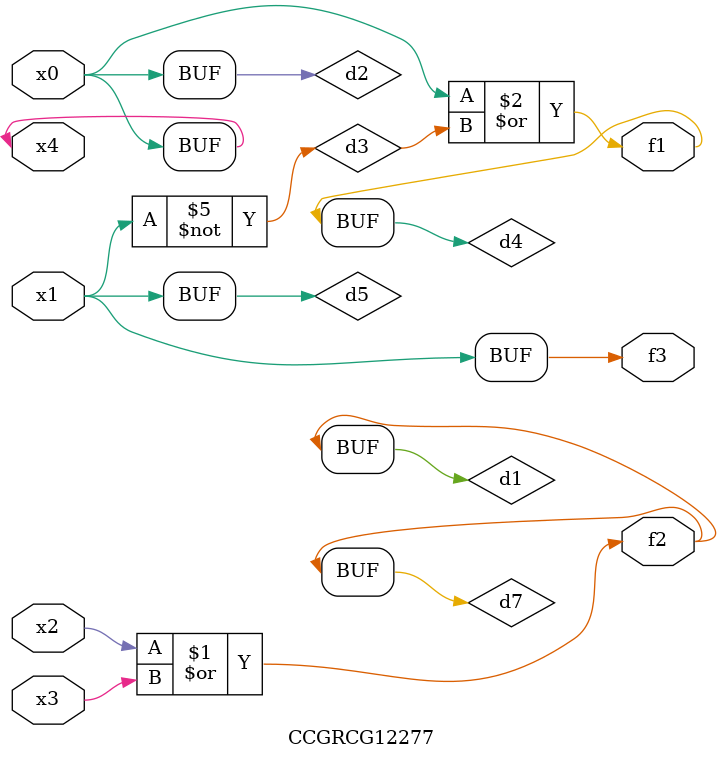
<source format=v>
module CCGRCG12277(
	input x0, x1, x2, x3, x4,
	output f1, f2, f3
);

	wire d1, d2, d3, d4, d5, d6, d7;

	or (d1, x2, x3);
	buf (d2, x0, x4);
	not (d3, x1);
	or (d4, d2, d3);
	not (d5, d3);
	nand (d6, d1, d3);
	or (d7, d1);
	assign f1 = d4;
	assign f2 = d7;
	assign f3 = d5;
endmodule

</source>
